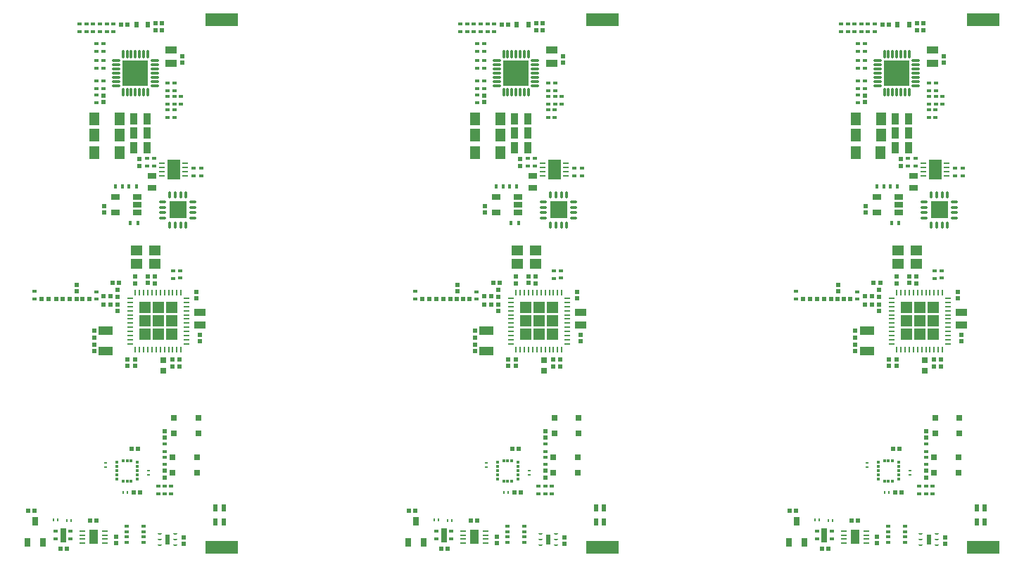
<source format=gtp>
G04*
G04 #@! TF.GenerationSoftware,Altium Limited,Altium NEXUS,2.0.14 (187)*
G04*
G04 Layer_Color=8421504*
%FSLAX44Y44*%
%MOMM*%
G71*
G01*
G75*
%ADD11R,0.2800X0.4300*%
%ADD12R,1.0000X0.7000*%
%ADD13R,0.5500X0.4500*%
%ADD14R,0.5200X0.5200*%
%ADD15R,0.5200X0.5200*%
%ADD16R,0.4900X0.5200*%
%ADD17R,0.5200X0.4900*%
%ADD18R,0.6000X0.8000*%
%ADD19R,1.3700X0.9700*%
%ADD20R,1.1500X1.6500*%
%ADD21R,0.9500X1.3500*%
%ADD22R,0.4500X0.5500*%
%ADD23R,1.0000X0.7500*%
%ADD24R,1.6500X2.3800*%
%ADD25R,0.7000X0.2500*%
%ADD26R,2.1000X2.1000*%
%ADD27O,0.3000X0.8500*%
%ADD28O,0.8500X0.3000*%
%ADD29R,0.5000X0.8500*%
%ADD30R,0.7000X0.6500*%
%ADD31R,0.4300X0.2800*%
%ADD32R,0.7000X1.0000*%
%ADD33R,1.1000X1.8000*%
%ADD34O,0.8000X0.2500*%
G04:AMPARAMS|DCode=36|XSize=0.5mm|YSize=0.25mm|CornerRadius=0.125mm|HoleSize=0mm|Usage=FLASHONLY|Rotation=180.000|XOffset=0mm|YOffset=0mm|HoleType=Round|Shape=RoundedRectangle|*
%AMROUNDEDRECTD36*
21,1,0.5000,0.0000,0,0,180.0*
21,1,0.2500,0.2500,0,0,180.0*
1,1,0.2500,-0.1250,0.0000*
1,1,0.2500,0.1250,0.0000*
1,1,0.2500,0.1250,0.0000*
1,1,0.2500,-0.1250,0.0000*
%
%ADD36ROUNDEDRECTD36*%
%ADD37R,4.0000X1.5000*%
%ADD39R,0.6500X0.7000*%
G04:AMPARAMS|DCode=41|XSize=0.24mm|YSize=0.6mm|CornerRadius=0.0504mm|HoleSize=0mm|Usage=FLASHONLY|Rotation=360.000|XOffset=0mm|YOffset=0mm|HoleType=Round|Shape=RoundedRectangle|*
%AMROUNDEDRECTD41*
21,1,0.2400,0.4992,0,0,360.0*
21,1,0.1392,0.6000,0,0,360.0*
1,1,0.1008,0.0696,-0.2496*
1,1,0.1008,-0.0696,-0.2496*
1,1,0.1008,-0.0696,0.2496*
1,1,0.1008,0.0696,0.2496*
%
%ADD41ROUNDEDRECTD41*%
G04:AMPARAMS|DCode=42|XSize=0.24mm|YSize=0.6mm|CornerRadius=0.0504mm|HoleSize=0mm|Usage=FLASHONLY|Rotation=90.000|XOffset=0mm|YOffset=0mm|HoleType=Round|Shape=RoundedRectangle|*
%AMROUNDEDRECTD42*
21,1,0.2400,0.4992,0,0,90.0*
21,1,0.1392,0.6000,0,0,90.0*
1,1,0.1008,0.2496,0.0696*
1,1,0.1008,0.2496,-0.0696*
1,1,0.1008,-0.2496,-0.0696*
1,1,0.1008,-0.2496,0.0696*
%
%ADD42ROUNDEDRECTD42*%
%ADD46R,0.6000X0.3500*%
%ADD47R,0.6500X1.7000*%
%ADD48R,0.5000X0.3500*%
%ADD51R,3.1500X3.1500*%
%ADD52O,1.0500X0.3000*%
%ADD53O,0.3000X1.0500*%
%ADD54R,1.4000X1.1500*%
%ADD55R,1.8000X1.0000*%
%ADD72R,0.6200X1.2500*%
%ADD73R,1.4070X1.4070*%
%ADD74R,0.3131X0.4025*%
%ADD75R,0.4025X0.3131*%
%ADD76R,0.4025X0.3131*%
D11*
X1165550Y142500D02*
D03*
X1160450D02*
D03*
X1144450Y142750D02*
D03*
X1149550D02*
D03*
X1228200Y176000D02*
D03*
X1233300D02*
D03*
X707550Y142500D02*
D03*
X702450D02*
D03*
X686450Y142750D02*
D03*
X691550D02*
D03*
X770200Y176000D02*
D03*
X775300D02*
D03*
X249550Y142500D02*
D03*
X244450D02*
D03*
X228450Y142750D02*
D03*
X233550D02*
D03*
X312200Y176000D02*
D03*
X317300D02*
D03*
D12*
X1219000Y512750D02*
D03*
Y531750D02*
D03*
X1245000D02*
D03*
Y522250D02*
D03*
Y512750D02*
D03*
X761000Y512750D02*
D03*
Y531750D02*
D03*
X787000D02*
D03*
Y522250D02*
D03*
Y512750D02*
D03*
X303000Y512750D02*
D03*
Y531750D02*
D03*
X329000D02*
D03*
Y522250D02*
D03*
Y512750D02*
D03*
D13*
X1121750Y418000D02*
D03*
Y409000D02*
D03*
X1195750Y417500D02*
D03*
Y408500D02*
D03*
X1204750Y715750D02*
D03*
Y706750D02*
D03*
X1196500Y715750D02*
D03*
Y706750D02*
D03*
X1204750Y686750D02*
D03*
Y695750D02*
D03*
X1196500Y686750D02*
D03*
Y695750D02*
D03*
X1205000Y671000D02*
D03*
Y662000D02*
D03*
X1196000Y671000D02*
D03*
Y662000D02*
D03*
Y654000D02*
D03*
Y645000D02*
D03*
X1176250Y730500D02*
D03*
Y739500D02*
D03*
X1184250Y739500D02*
D03*
Y730500D02*
D03*
X1192250D02*
D03*
Y739500D02*
D03*
X1200500Y739500D02*
D03*
Y730500D02*
D03*
X1208500Y739500D02*
D03*
Y730500D02*
D03*
X1216500Y730500D02*
D03*
Y739500D02*
D03*
X1290000Y659750D02*
D03*
Y668750D02*
D03*
X1281750Y668750D02*
D03*
Y659750D02*
D03*
X1281750Y652474D02*
D03*
Y643474D02*
D03*
X1290000Y643500D02*
D03*
Y652500D02*
D03*
X1298000Y652500D02*
D03*
Y643500D02*
D03*
X1281750Y636250D02*
D03*
Y627250D02*
D03*
X1289750Y636250D02*
D03*
Y627250D02*
D03*
X1256750Y578000D02*
D03*
Y569000D02*
D03*
X1265500Y578000D02*
D03*
Y569000D02*
D03*
X1313250Y557000D02*
D03*
Y566000D02*
D03*
X1322000Y566000D02*
D03*
Y557000D02*
D03*
X1278250Y234500D02*
D03*
Y225500D02*
D03*
Y209500D02*
D03*
Y218500D02*
D03*
X1270250Y183500D02*
D03*
Y174500D02*
D03*
X1278250Y183500D02*
D03*
Y174500D02*
D03*
X1286250Y183500D02*
D03*
Y174500D02*
D03*
X1296663Y433807D02*
D03*
Y442808D02*
D03*
X1288500Y433728D02*
D03*
Y442728D02*
D03*
X663750Y418000D02*
D03*
Y409000D02*
D03*
X737750Y417500D02*
D03*
Y408500D02*
D03*
X746750Y715750D02*
D03*
Y706750D02*
D03*
X738500Y715750D02*
D03*
Y706750D02*
D03*
X746750Y686750D02*
D03*
Y695750D02*
D03*
X738500Y686750D02*
D03*
Y695750D02*
D03*
X747000Y671000D02*
D03*
Y662000D02*
D03*
X738000Y671000D02*
D03*
Y662000D02*
D03*
Y654000D02*
D03*
Y645000D02*
D03*
X718250Y730500D02*
D03*
Y739500D02*
D03*
X726250Y739500D02*
D03*
Y730500D02*
D03*
X734250D02*
D03*
Y739500D02*
D03*
X742500Y739500D02*
D03*
Y730500D02*
D03*
X750500Y739500D02*
D03*
Y730500D02*
D03*
X758500Y730500D02*
D03*
Y739500D02*
D03*
X832000Y659750D02*
D03*
Y668750D02*
D03*
X823750Y668750D02*
D03*
Y659750D02*
D03*
X823750Y652474D02*
D03*
Y643474D02*
D03*
X832000Y643500D02*
D03*
Y652500D02*
D03*
X840000Y652500D02*
D03*
Y643500D02*
D03*
X823750Y636250D02*
D03*
Y627250D02*
D03*
X831750Y636250D02*
D03*
Y627250D02*
D03*
X798750Y578000D02*
D03*
Y569000D02*
D03*
X807500Y578000D02*
D03*
Y569000D02*
D03*
X855250Y557000D02*
D03*
Y566000D02*
D03*
X864000Y566000D02*
D03*
Y557000D02*
D03*
X820250Y234500D02*
D03*
Y225500D02*
D03*
Y209500D02*
D03*
Y218500D02*
D03*
X812250Y183500D02*
D03*
Y174500D02*
D03*
X820250Y183500D02*
D03*
Y174500D02*
D03*
X828250Y183500D02*
D03*
Y174500D02*
D03*
X838663Y433807D02*
D03*
Y442808D02*
D03*
X830500Y433728D02*
D03*
Y442728D02*
D03*
X205750Y418000D02*
D03*
Y409000D02*
D03*
X279750Y417500D02*
D03*
Y408500D02*
D03*
X288750Y715750D02*
D03*
Y706750D02*
D03*
X280500Y715750D02*
D03*
Y706750D02*
D03*
X288750Y686750D02*
D03*
Y695750D02*
D03*
X280500Y686750D02*
D03*
Y695750D02*
D03*
X289000Y671000D02*
D03*
Y662000D02*
D03*
X280000Y671000D02*
D03*
Y662000D02*
D03*
Y654000D02*
D03*
Y645000D02*
D03*
X260250Y730500D02*
D03*
Y739500D02*
D03*
X268250Y739500D02*
D03*
Y730500D02*
D03*
X276250D02*
D03*
Y739500D02*
D03*
X284500Y739500D02*
D03*
Y730500D02*
D03*
X292500Y739500D02*
D03*
Y730500D02*
D03*
X300500Y730500D02*
D03*
Y739500D02*
D03*
X374000Y659750D02*
D03*
Y668750D02*
D03*
X365750Y668750D02*
D03*
Y659750D02*
D03*
X365750Y652474D02*
D03*
Y643474D02*
D03*
X374000Y643500D02*
D03*
Y652500D02*
D03*
X382000Y652500D02*
D03*
Y643500D02*
D03*
X365750Y636250D02*
D03*
Y627250D02*
D03*
X373750Y636250D02*
D03*
Y627250D02*
D03*
X340750Y578000D02*
D03*
Y569000D02*
D03*
X349500Y578000D02*
D03*
Y569000D02*
D03*
X397250Y557000D02*
D03*
Y566000D02*
D03*
X406000Y566000D02*
D03*
Y557000D02*
D03*
X362250Y234500D02*
D03*
Y225500D02*
D03*
Y209500D02*
D03*
Y218500D02*
D03*
X354250Y183500D02*
D03*
Y174500D02*
D03*
X362250Y183500D02*
D03*
Y174500D02*
D03*
X370250Y183500D02*
D03*
Y174500D02*
D03*
X380663Y433807D02*
D03*
Y442808D02*
D03*
X372500Y433728D02*
D03*
Y442728D02*
D03*
D14*
X1130250Y408750D02*
D03*
X1138250D02*
D03*
X1155500Y408750D02*
D03*
X1147500D02*
D03*
X1204850Y412250D02*
D03*
X1212850D02*
D03*
X1223250Y428500D02*
D03*
X1215250D02*
D03*
X1233750Y739000D02*
D03*
X1225750D02*
D03*
X1267250Y741000D02*
D03*
X1275250D02*
D03*
X1267250Y732250D02*
D03*
X1275250D02*
D03*
X1238250Y228500D02*
D03*
X1246250D02*
D03*
X1241000Y176250D02*
D03*
X1249000D02*
D03*
X1114000Y154000D02*
D03*
X1122000D02*
D03*
X1160750Y108250D02*
D03*
X1152750D02*
D03*
X1188500Y142000D02*
D03*
X1196500D02*
D03*
X672250Y408750D02*
D03*
X680250D02*
D03*
X697500Y408750D02*
D03*
X689500D02*
D03*
X746850Y412250D02*
D03*
X754850D02*
D03*
X765250Y428500D02*
D03*
X757250D02*
D03*
X775750Y739000D02*
D03*
X767750D02*
D03*
X809250Y741000D02*
D03*
X817250D02*
D03*
X809250Y732250D02*
D03*
X817250D02*
D03*
X780250Y228500D02*
D03*
X788250D02*
D03*
X783000Y176250D02*
D03*
X791000D02*
D03*
X656000Y154000D02*
D03*
X664000D02*
D03*
X702750Y108250D02*
D03*
X694750D02*
D03*
X730500Y142000D02*
D03*
X738500D02*
D03*
X214250Y408750D02*
D03*
X222250D02*
D03*
X239500Y408750D02*
D03*
X231500D02*
D03*
X288850Y412250D02*
D03*
X296850D02*
D03*
X307250Y428500D02*
D03*
X299250D02*
D03*
X317750Y739000D02*
D03*
X309750D02*
D03*
X351250Y741000D02*
D03*
X359250D02*
D03*
X351250Y732250D02*
D03*
X359250D02*
D03*
X322250Y228500D02*
D03*
X330250D02*
D03*
X325000Y176250D02*
D03*
X333000D02*
D03*
X198000Y154000D02*
D03*
X206000D02*
D03*
X244750Y108250D02*
D03*
X236750D02*
D03*
X272500Y142000D02*
D03*
X280500D02*
D03*
D15*
X1172500Y418000D02*
D03*
Y426000D02*
D03*
X1221750Y402250D02*
D03*
Y394250D02*
D03*
X1205000Y653750D02*
D03*
Y645750D02*
D03*
X1299500Y693000D02*
D03*
Y701000D02*
D03*
X1247750Y569250D02*
D03*
Y577250D02*
D03*
X1205750Y512750D02*
D03*
Y520750D02*
D03*
X1193250Y370500D02*
D03*
Y362500D02*
D03*
Y345750D02*
D03*
Y353750D02*
D03*
X1233750Y336000D02*
D03*
Y328000D02*
D03*
X1243000Y336250D02*
D03*
Y328250D02*
D03*
X1287750Y335750D02*
D03*
Y327750D02*
D03*
X1295913Y335807D02*
D03*
Y327808D02*
D03*
X1278000Y242000D02*
D03*
Y250000D02*
D03*
X1278250Y202000D02*
D03*
Y194000D02*
D03*
X1219500Y123000D02*
D03*
Y115000D02*
D03*
X1301000Y122000D02*
D03*
Y114000D02*
D03*
X1316750Y417250D02*
D03*
Y409250D02*
D03*
X1266250Y435750D02*
D03*
Y427750D02*
D03*
X1320500Y358000D02*
D03*
Y366000D02*
D03*
X1258250Y436000D02*
D03*
Y428000D02*
D03*
X1243000Y435500D02*
D03*
Y427500D02*
D03*
X714500Y418000D02*
D03*
Y426000D02*
D03*
X763750Y402250D02*
D03*
Y394250D02*
D03*
X747000Y653750D02*
D03*
Y645750D02*
D03*
X841500Y693000D02*
D03*
Y701000D02*
D03*
X789750Y569250D02*
D03*
Y577250D02*
D03*
X747750Y512750D02*
D03*
Y520750D02*
D03*
X735250Y370500D02*
D03*
Y362500D02*
D03*
Y345750D02*
D03*
Y353750D02*
D03*
X775750Y336000D02*
D03*
Y328000D02*
D03*
X785000Y336250D02*
D03*
Y328250D02*
D03*
X829750Y335750D02*
D03*
Y327750D02*
D03*
X837913Y335807D02*
D03*
Y327808D02*
D03*
X820000Y242000D02*
D03*
Y250000D02*
D03*
X820250Y202000D02*
D03*
Y194000D02*
D03*
X761500Y123000D02*
D03*
Y115000D02*
D03*
X843000Y122000D02*
D03*
Y114000D02*
D03*
X858750Y417250D02*
D03*
Y409250D02*
D03*
X808250Y435750D02*
D03*
Y427750D02*
D03*
X862500Y358000D02*
D03*
Y366000D02*
D03*
X800250Y436000D02*
D03*
Y428000D02*
D03*
X785000Y435500D02*
D03*
Y427500D02*
D03*
X256500Y418000D02*
D03*
Y426000D02*
D03*
X305750Y402250D02*
D03*
Y394250D02*
D03*
X289000Y653750D02*
D03*
Y645750D02*
D03*
X383500Y693000D02*
D03*
Y701000D02*
D03*
X331750Y569250D02*
D03*
Y577250D02*
D03*
X289750Y512750D02*
D03*
Y520750D02*
D03*
X277250Y370500D02*
D03*
Y362500D02*
D03*
Y345750D02*
D03*
Y353750D02*
D03*
X317750Y336000D02*
D03*
Y328000D02*
D03*
X327000Y336250D02*
D03*
Y328250D02*
D03*
X371750Y335750D02*
D03*
Y327750D02*
D03*
X379913Y335807D02*
D03*
Y327808D02*
D03*
X362000Y242000D02*
D03*
Y250000D02*
D03*
X362250Y202000D02*
D03*
Y194000D02*
D03*
X303500Y123000D02*
D03*
Y115000D02*
D03*
X385000Y122000D02*
D03*
Y114000D02*
D03*
X400750Y417250D02*
D03*
Y409250D02*
D03*
X350250Y435750D02*
D03*
Y427750D02*
D03*
X404500Y358000D02*
D03*
Y366000D02*
D03*
X342250Y436000D02*
D03*
Y428000D02*
D03*
X327000Y435500D02*
D03*
Y427500D02*
D03*
D16*
X1163950Y408750D02*
D03*
X1172050D02*
D03*
X1179200D02*
D03*
X1187300D02*
D03*
X1204700Y401750D02*
D03*
X1212800D02*
D03*
X705950Y408750D02*
D03*
X714050D02*
D03*
X721200D02*
D03*
X729300D02*
D03*
X746700Y401750D02*
D03*
X754800D02*
D03*
X247950Y408750D02*
D03*
X256050D02*
D03*
X263200D02*
D03*
X271300D02*
D03*
X288700Y401750D02*
D03*
X296800D02*
D03*
D17*
X1221750Y419550D02*
D03*
Y411450D02*
D03*
X763750Y419550D02*
D03*
Y411450D02*
D03*
X305750Y419550D02*
D03*
Y411450D02*
D03*
D18*
X1244000Y739000D02*
D03*
X1258000D02*
D03*
X786000D02*
D03*
X800000D02*
D03*
X328000D02*
D03*
X342000D02*
D03*
D19*
X1286250Y692800D02*
D03*
Y708200D02*
D03*
X1320500Y392950D02*
D03*
Y377550D02*
D03*
X828250Y692800D02*
D03*
Y708200D02*
D03*
X862500Y392950D02*
D03*
Y377550D02*
D03*
X370250Y692800D02*
D03*
Y708200D02*
D03*
X404500Y392950D02*
D03*
Y377550D02*
D03*
D20*
X1224000Y625500D02*
D03*
X1194000D02*
D03*
X1224000Y605750D02*
D03*
X1194000D02*
D03*
X1223750Y585250D02*
D03*
X1193750D02*
D03*
X766000Y625500D02*
D03*
X736000D02*
D03*
X766000Y605750D02*
D03*
X736000D02*
D03*
X765750Y585250D02*
D03*
X735750D02*
D03*
X308000Y625500D02*
D03*
X278000D02*
D03*
X308000Y605750D02*
D03*
X278000D02*
D03*
X307750Y585250D02*
D03*
X277750D02*
D03*
D21*
X1257250Y625750D02*
D03*
X1241250D02*
D03*
X1257000Y608250D02*
D03*
X1241000D02*
D03*
X1257000Y591250D02*
D03*
X1241000D02*
D03*
X799250Y625750D02*
D03*
X783250D02*
D03*
X799000Y608250D02*
D03*
X783000D02*
D03*
X799000Y591250D02*
D03*
X783000D02*
D03*
X341250Y625750D02*
D03*
X325250D02*
D03*
X341000Y608250D02*
D03*
X325000D02*
D03*
X341000Y591250D02*
D03*
X325000D02*
D03*
D22*
X1227750Y544250D02*
D03*
X1218750D02*
D03*
X1235000Y544500D02*
D03*
X1244000D02*
D03*
X1245750Y500500D02*
D03*
X1236750D02*
D03*
X769750Y544250D02*
D03*
X760750D02*
D03*
X777000Y544500D02*
D03*
X786000D02*
D03*
X787750Y500500D02*
D03*
X778750D02*
D03*
X311750Y544250D02*
D03*
X302750D02*
D03*
X319000Y544500D02*
D03*
X328000D02*
D03*
X329750Y500500D02*
D03*
X320750D02*
D03*
D23*
X1263250Y557250D02*
D03*
Y542750D02*
D03*
X805250Y557250D02*
D03*
Y542750D02*
D03*
X347250Y557250D02*
D03*
Y542750D02*
D03*
D24*
X1289250Y564750D02*
D03*
X831250D02*
D03*
X373250D02*
D03*
D25*
X1275250Y572250D02*
D03*
Y567250D02*
D03*
Y562250D02*
D03*
Y557250D02*
D03*
X1303250Y572250D02*
D03*
Y567250D02*
D03*
Y562250D02*
D03*
Y557250D02*
D03*
X817250Y572250D02*
D03*
Y567250D02*
D03*
Y562250D02*
D03*
Y557250D02*
D03*
X845250Y572250D02*
D03*
Y567250D02*
D03*
Y562250D02*
D03*
Y557250D02*
D03*
X359250Y572250D02*
D03*
Y567250D02*
D03*
Y562250D02*
D03*
Y557250D02*
D03*
X387250Y572250D02*
D03*
Y567250D02*
D03*
Y562250D02*
D03*
Y557250D02*
D03*
D26*
X1294250Y516000D02*
D03*
X836250D02*
D03*
X378250D02*
D03*
D27*
X1304000Y497750D02*
D03*
X1297500D02*
D03*
X1291000D02*
D03*
X1284500D02*
D03*
Y534250D02*
D03*
X1291000D02*
D03*
X1297500D02*
D03*
X1304000D02*
D03*
X846000Y497750D02*
D03*
X839500D02*
D03*
X833000D02*
D03*
X826500D02*
D03*
Y534250D02*
D03*
X833000D02*
D03*
X839500D02*
D03*
X846000D02*
D03*
X388000Y497750D02*
D03*
X381500D02*
D03*
X375000D02*
D03*
X368500D02*
D03*
Y534250D02*
D03*
X375000D02*
D03*
X381500D02*
D03*
X388000D02*
D03*
D28*
X1276000Y506250D02*
D03*
Y512750D02*
D03*
Y519250D02*
D03*
Y525750D02*
D03*
X1312500D02*
D03*
Y519250D02*
D03*
Y512750D02*
D03*
Y506250D02*
D03*
X818000D02*
D03*
Y512750D02*
D03*
Y519250D02*
D03*
Y525750D02*
D03*
X854500D02*
D03*
Y519250D02*
D03*
Y512750D02*
D03*
Y506250D02*
D03*
X360000D02*
D03*
Y512750D02*
D03*
Y519250D02*
D03*
Y525750D02*
D03*
X396500D02*
D03*
Y519250D02*
D03*
Y512750D02*
D03*
Y506250D02*
D03*
D29*
X1339000Y157750D02*
D03*
X1349000D02*
D03*
Y140250D02*
D03*
X1339000D02*
D03*
X881000Y157750D02*
D03*
X891000D02*
D03*
Y140250D02*
D03*
X881000D02*
D03*
X423000Y157750D02*
D03*
X433000D02*
D03*
Y140250D02*
D03*
X423000D02*
D03*
D30*
X1276913Y335558D02*
D03*
Y322057D02*
D03*
X818913Y335558D02*
D03*
Y322057D02*
D03*
X360913Y335558D02*
D03*
Y322057D02*
D03*
D31*
X1207250Y206700D02*
D03*
Y211800D02*
D03*
X1258750Y202050D02*
D03*
Y196950D02*
D03*
X749250Y206700D02*
D03*
Y211800D02*
D03*
X800750Y202050D02*
D03*
Y196950D02*
D03*
X291250Y206700D02*
D03*
Y211800D02*
D03*
X342750Y202050D02*
D03*
Y196950D02*
D03*
D32*
X1122500Y141500D02*
D03*
X1113000Y115500D02*
D03*
X1132000D02*
D03*
X664500Y141500D02*
D03*
X655000Y115500D02*
D03*
X674000D02*
D03*
X206500Y141500D02*
D03*
X197000Y115500D02*
D03*
X216000D02*
D03*
D33*
X1192750Y122250D02*
D03*
X734750D02*
D03*
X276750D02*
D03*
D34*
X1179250Y114750D02*
D03*
Y119750D02*
D03*
Y124750D02*
D03*
Y129750D02*
D03*
X1206250D02*
D03*
Y124750D02*
D03*
Y119750D02*
D03*
Y114750D02*
D03*
X721250D02*
D03*
Y119750D02*
D03*
Y124750D02*
D03*
Y129750D02*
D03*
X748250D02*
D03*
Y124750D02*
D03*
Y119750D02*
D03*
Y114750D02*
D03*
X263250D02*
D03*
Y119750D02*
D03*
Y124750D02*
D03*
Y129750D02*
D03*
X290250D02*
D03*
Y124750D02*
D03*
Y119750D02*
D03*
Y114750D02*
D03*
D36*
X1272000Y112750D02*
D03*
Y119250D02*
D03*
Y125750D02*
D03*
X1291000D02*
D03*
Y119250D02*
D03*
Y112750D02*
D03*
X814000D02*
D03*
Y119250D02*
D03*
Y125750D02*
D03*
X833000D02*
D03*
Y119250D02*
D03*
Y112750D02*
D03*
X356000D02*
D03*
Y119250D02*
D03*
Y125750D02*
D03*
X375000D02*
D03*
Y119250D02*
D03*
Y112750D02*
D03*
D37*
X1347000Y110000D02*
D03*
Y745000D02*
D03*
X889000Y110000D02*
D03*
Y745000D02*
D03*
X431000Y110000D02*
D03*
Y745000D02*
D03*
D39*
X1289000Y265750D02*
D03*
X1318500D02*
D03*
X1289000Y246750D02*
D03*
X1318500D02*
D03*
X1288000Y218500D02*
D03*
X1317500D02*
D03*
X1288000Y199500D02*
D03*
X1317500D02*
D03*
X831000Y265750D02*
D03*
X860500D02*
D03*
X831000Y246750D02*
D03*
X860500D02*
D03*
X830000Y218500D02*
D03*
X859500D02*
D03*
X830000Y199500D02*
D03*
X859500D02*
D03*
X373000Y265750D02*
D03*
X402500D02*
D03*
X373000Y246750D02*
D03*
X402500D02*
D03*
X372000Y218500D02*
D03*
X401500D02*
D03*
X372000Y199500D02*
D03*
X401500D02*
D03*
D41*
X1243000Y416250D02*
D03*
X1248000D02*
D03*
X1253000D02*
D03*
X1258000D02*
D03*
X1263000D02*
D03*
X1268000D02*
D03*
X1273000D02*
D03*
X1278000D02*
D03*
X1283000D02*
D03*
X1288000D02*
D03*
X1293000D02*
D03*
X1298000D02*
D03*
Y348250D02*
D03*
X1293000D02*
D03*
X1288000D02*
D03*
X1283000D02*
D03*
X1278000D02*
D03*
X1273000D02*
D03*
X1268000D02*
D03*
X1263000D02*
D03*
X1258000D02*
D03*
X1253000D02*
D03*
X1248000D02*
D03*
X1243000D02*
D03*
X785000Y416250D02*
D03*
X790000D02*
D03*
X795000D02*
D03*
X800000D02*
D03*
X805000D02*
D03*
X810000D02*
D03*
X815000D02*
D03*
X820000D02*
D03*
X825000D02*
D03*
X830000D02*
D03*
X835000D02*
D03*
X840000D02*
D03*
Y348250D02*
D03*
X835000D02*
D03*
X830000D02*
D03*
X825000D02*
D03*
X820000D02*
D03*
X815000D02*
D03*
X810000D02*
D03*
X805000D02*
D03*
X800000D02*
D03*
X795000D02*
D03*
X790000D02*
D03*
X785000D02*
D03*
X327000Y416250D02*
D03*
X332000D02*
D03*
X337000D02*
D03*
X342000D02*
D03*
X347000D02*
D03*
X352000D02*
D03*
X357000D02*
D03*
X362000D02*
D03*
X367000D02*
D03*
X372000D02*
D03*
X377000D02*
D03*
X382000D02*
D03*
Y348250D02*
D03*
X377000D02*
D03*
X372000D02*
D03*
X367000D02*
D03*
X362000D02*
D03*
X357000D02*
D03*
X352000D02*
D03*
X347000D02*
D03*
X342000D02*
D03*
X337000D02*
D03*
X332000D02*
D03*
X327000D02*
D03*
D42*
X1304500Y409750D02*
D03*
Y404750D02*
D03*
Y399750D02*
D03*
Y394750D02*
D03*
Y389750D02*
D03*
Y384750D02*
D03*
Y379750D02*
D03*
Y374750D02*
D03*
Y369750D02*
D03*
Y364750D02*
D03*
Y359750D02*
D03*
Y354750D02*
D03*
X1236500D02*
D03*
Y359750D02*
D03*
Y364750D02*
D03*
Y369750D02*
D03*
Y374750D02*
D03*
Y379750D02*
D03*
Y384750D02*
D03*
Y389750D02*
D03*
Y394750D02*
D03*
Y399750D02*
D03*
Y404750D02*
D03*
Y409750D02*
D03*
X846500D02*
D03*
Y404750D02*
D03*
Y399750D02*
D03*
Y394750D02*
D03*
Y389750D02*
D03*
Y384750D02*
D03*
Y379750D02*
D03*
Y374750D02*
D03*
Y369750D02*
D03*
Y364750D02*
D03*
Y359750D02*
D03*
Y354750D02*
D03*
X778500D02*
D03*
Y359750D02*
D03*
Y364750D02*
D03*
Y369750D02*
D03*
Y374750D02*
D03*
Y379750D02*
D03*
Y384750D02*
D03*
Y389750D02*
D03*
Y394750D02*
D03*
Y399750D02*
D03*
Y404750D02*
D03*
Y409750D02*
D03*
X388500D02*
D03*
Y404750D02*
D03*
Y399750D02*
D03*
Y394750D02*
D03*
Y389750D02*
D03*
Y384750D02*
D03*
Y379750D02*
D03*
Y374750D02*
D03*
Y369750D02*
D03*
Y364750D02*
D03*
Y359750D02*
D03*
Y354750D02*
D03*
X320500D02*
D03*
Y359750D02*
D03*
Y364750D02*
D03*
Y369750D02*
D03*
Y374750D02*
D03*
Y379750D02*
D03*
Y384750D02*
D03*
Y389750D02*
D03*
Y394750D02*
D03*
Y399750D02*
D03*
Y404750D02*
D03*
Y409750D02*
D03*
D46*
X1165000Y119750D02*
D03*
Y129750D02*
D03*
X1147000D02*
D03*
Y119750D02*
D03*
X707000D02*
D03*
Y129750D02*
D03*
X689000D02*
D03*
Y119750D02*
D03*
X249000D02*
D03*
Y129750D02*
D03*
X231000D02*
D03*
Y119750D02*
D03*
D47*
X1156000Y124750D02*
D03*
X698000D02*
D03*
X240000D02*
D03*
D48*
X1232750Y115750D02*
D03*
Y122250D02*
D03*
Y128750D02*
D03*
Y135250D02*
D03*
X1253250D02*
D03*
Y128750D02*
D03*
Y122250D02*
D03*
Y115750D02*
D03*
X774750D02*
D03*
Y122250D02*
D03*
Y128750D02*
D03*
Y135250D02*
D03*
X795250D02*
D03*
Y128750D02*
D03*
Y122250D02*
D03*
Y115750D02*
D03*
X316750D02*
D03*
Y122250D02*
D03*
Y128750D02*
D03*
Y135250D02*
D03*
X337250D02*
D03*
Y128750D02*
D03*
Y122250D02*
D03*
Y115750D02*
D03*
D51*
X1243000Y680500D02*
D03*
X785000D02*
D03*
X327000D02*
D03*
D52*
X1266000Y695500D02*
D03*
Y690500D02*
D03*
Y685500D02*
D03*
Y680500D02*
D03*
Y675500D02*
D03*
Y670500D02*
D03*
Y665500D02*
D03*
X1220000D02*
D03*
Y670500D02*
D03*
Y675500D02*
D03*
Y680500D02*
D03*
Y685500D02*
D03*
Y690500D02*
D03*
Y695500D02*
D03*
X808000D02*
D03*
Y690500D02*
D03*
Y685500D02*
D03*
Y680500D02*
D03*
Y675500D02*
D03*
Y670500D02*
D03*
Y665500D02*
D03*
X762000D02*
D03*
Y670500D02*
D03*
Y675500D02*
D03*
Y680500D02*
D03*
Y685500D02*
D03*
Y690500D02*
D03*
Y695500D02*
D03*
X350000D02*
D03*
Y690500D02*
D03*
Y685500D02*
D03*
Y680500D02*
D03*
Y675500D02*
D03*
Y670500D02*
D03*
Y665500D02*
D03*
X304000D02*
D03*
Y670500D02*
D03*
Y675500D02*
D03*
Y680500D02*
D03*
Y685500D02*
D03*
Y690500D02*
D03*
Y695500D02*
D03*
D53*
X1258000Y657500D02*
D03*
X1253000D02*
D03*
X1248000D02*
D03*
X1243000D02*
D03*
X1238000D02*
D03*
X1233000D02*
D03*
X1228000D02*
D03*
Y703500D02*
D03*
X1233000D02*
D03*
X1238000D02*
D03*
X1243000D02*
D03*
X1248000D02*
D03*
X1253000D02*
D03*
X1258000D02*
D03*
X800000Y657500D02*
D03*
X795000D02*
D03*
X790000D02*
D03*
X785000D02*
D03*
X780000D02*
D03*
X775000D02*
D03*
X770000D02*
D03*
Y703500D02*
D03*
X775000D02*
D03*
X780000D02*
D03*
X785000D02*
D03*
X790000D02*
D03*
X795000D02*
D03*
X800000D02*
D03*
X342000Y657500D02*
D03*
X337000D02*
D03*
X332000D02*
D03*
X327000D02*
D03*
X322000D02*
D03*
X317000D02*
D03*
X312000D02*
D03*
Y703500D02*
D03*
X317000D02*
D03*
X322000D02*
D03*
X327000D02*
D03*
X332000D02*
D03*
X337000D02*
D03*
X342000D02*
D03*
D54*
X1244413Y467557D02*
D03*
X1266413D02*
D03*
Y451558D02*
D03*
X1244413D02*
D03*
X786413Y467557D02*
D03*
X808413D02*
D03*
Y451558D02*
D03*
X786413D02*
D03*
X328413Y467557D02*
D03*
X350413D02*
D03*
Y451558D02*
D03*
X328413D02*
D03*
D55*
X1207000Y345750D02*
D03*
Y370750D02*
D03*
X749000Y345750D02*
D03*
Y370750D02*
D03*
X291000Y345750D02*
D03*
Y370750D02*
D03*
D72*
X1281500Y119250D02*
D03*
X823500D02*
D03*
X365500D02*
D03*
D73*
X1254430Y366180D02*
D03*
X1286570D02*
D03*
X1270500D02*
D03*
Y398320D02*
D03*
X1286570D02*
D03*
X1254430D02*
D03*
Y382250D02*
D03*
X1286570D02*
D03*
X1270500D02*
D03*
X796430Y366180D02*
D03*
X828570D02*
D03*
X812500D02*
D03*
Y398320D02*
D03*
X828570D02*
D03*
X796430D02*
D03*
Y382250D02*
D03*
X828570D02*
D03*
X812500D02*
D03*
X338430Y366180D02*
D03*
X370570D02*
D03*
X354500D02*
D03*
Y398320D02*
D03*
X370570D02*
D03*
X338430D02*
D03*
Y382250D02*
D03*
X370570D02*
D03*
X354500D02*
D03*
D74*
X1238000Y214250D02*
D03*
X1233000D02*
D03*
X1228000D02*
D03*
X1228000Y189750D02*
D03*
X1233000D02*
D03*
X1238000D02*
D03*
X780000Y214250D02*
D03*
X775000D02*
D03*
X770000D02*
D03*
X770000Y189750D02*
D03*
X775000D02*
D03*
X780000D02*
D03*
X322000Y214250D02*
D03*
X317000D02*
D03*
X312000D02*
D03*
X312000Y189750D02*
D03*
X317000D02*
D03*
X322000D02*
D03*
D75*
X1220750Y212000D02*
D03*
Y192000D02*
D03*
X1245250D02*
D03*
Y212000D02*
D03*
X762750D02*
D03*
Y192000D02*
D03*
X787250D02*
D03*
Y212000D02*
D03*
X304750D02*
D03*
Y192000D02*
D03*
X329250D02*
D03*
Y212000D02*
D03*
D76*
X1220750Y207000D02*
D03*
Y202000D02*
D03*
Y197000D02*
D03*
X1245250Y197000D02*
D03*
Y202000D02*
D03*
Y207000D02*
D03*
X762750Y207000D02*
D03*
Y202000D02*
D03*
Y197000D02*
D03*
X787250Y197000D02*
D03*
Y202000D02*
D03*
Y207000D02*
D03*
X304750Y207000D02*
D03*
Y202000D02*
D03*
Y197000D02*
D03*
X329250Y197000D02*
D03*
Y202000D02*
D03*
Y207000D02*
D03*
M02*

</source>
